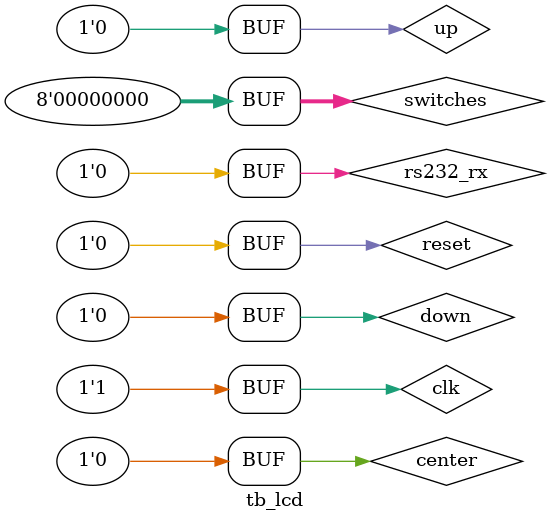
<source format=v>
`timescale 1ns / 1ps


module tb_lcd;

	// Inputs
	reg [7:0] switches;
	reg up;
	reg down;
	reg center;
	reg rs232_rx;
	reg reset;
	reg clk;

	// Outputs
	wire [7:0] leds;
	wire [3:0] LCD_DATA;
	wire EN;
	wire rs232_tx;

	// Instantiate the Unit Under Test (UUT)
	LCD_testing uut (
		.switches(switches), 
		.leds(leds), 
		.LCD_DATA(LCD_DATA), 
		.EN(EN), 
		.up(up), 
		.down(down), 
		.center(center), 
		.rs232_tx(rs232_tx), 
		.rs232_rx(rs232_rx), 
		.reset(reset), 
		.clk(clk)
	);

	always begin
		clk = 0;
		#5;
		clk = 1;
		#5;
	
	end

	initial begin
		// Initialize Inputs
		
		switches = 0;
		up = 0;
		down = 0;
		center = 0;
		rs232_rx = 0;
		reset = 0;

		// Wait 100 ns for global reset to finish
		#100;
        
		// Add stimulus here

	end
      
endmodule


</source>
